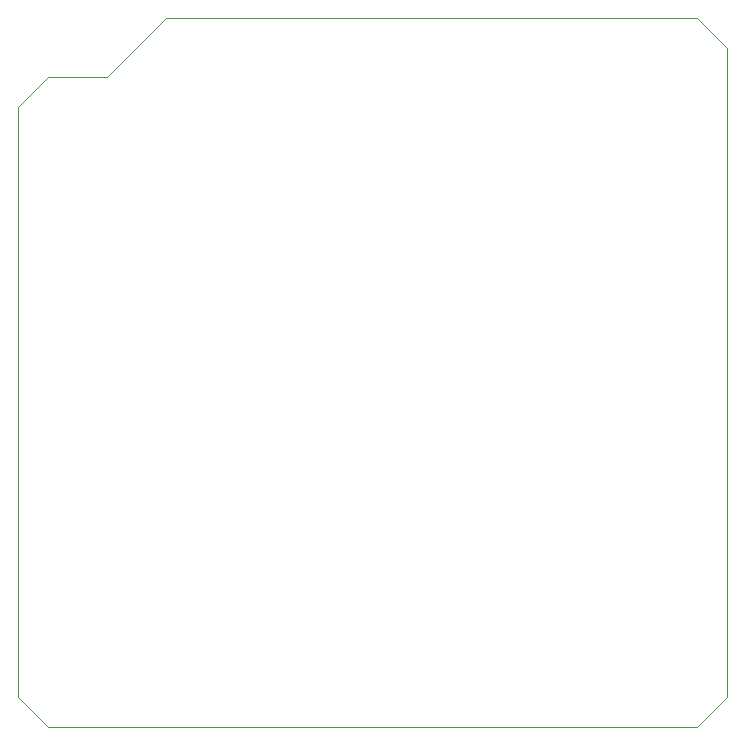
<source format=gbr>
G04 #@! TF.GenerationSoftware,KiCad,Pcbnew,5.1.5+dfsg1-2build2*
G04 #@! TF.CreationDate,2022-09-07T21:32:21-04:00*
G04 #@! TF.ProjectId,coco2_3134_64k_static_ram_board,636f636f-325f-4333-9133-345f36346b5f,1.0.0*
G04 #@! TF.SameCoordinates,Original*
G04 #@! TF.FileFunction,Profile,NP*
%FSLAX46Y46*%
G04 Gerber Fmt 4.6, Leading zero omitted, Abs format (unit mm)*
G04 Created by KiCad (PCBNEW 5.1.5+dfsg1-2build2) date 2022-09-07 21:32:21*
%MOMM*%
%LPD*%
G04 APERTURE LIST*
%ADD10C,0.050000*%
G04 APERTURE END LIST*
D10*
X83800000Y-81500000D02*
X81300000Y-84000000D01*
X93800000Y-76500000D02*
X88800000Y-81500000D01*
X93800000Y-76500000D02*
X138800000Y-76500000D01*
X88800000Y-81500000D02*
X83800000Y-81500000D01*
X141300000Y-134000000D02*
X138800000Y-136500000D01*
X138800000Y-76500000D02*
X141300000Y-79000000D01*
X81300000Y-134000000D02*
X83800000Y-136500000D01*
X138800000Y-136500000D02*
X83800000Y-136500000D01*
X141300000Y-79000000D02*
X141300000Y-134000000D01*
X81300000Y-134000000D02*
X81300000Y-84000000D01*
M02*

</source>
